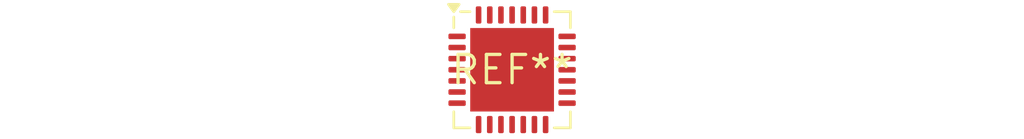
<source format=kicad_pcb>
(kicad_pcb (version 20240108) (generator pcbnew)
  (layers (0 "F.Cu" signal) (31 "B.Cu" signal) (34 "B.Paste" user) (35 "F.Paste" user) (36 "B.SilkS" user "B.Silkscreen") (37 "F.SilkS" user "F.Silkscreen") (38 "B.Mask" user) (39 "F.Mask" user) (44 "Edge.Cuts" user))
  (net 0 "")
  (footprint "QFN-28-1EP_5x5mm_P0.5mm_EP3.75x3.75mm" (layer "F.Cu") (at 0 0)
    (property "Reference" "REF**")
    (property "Value" "QFN-28-1EP_5x5mm_P0.5mm_EP3.75x3.75mm")
    (fp_line (start -2.61 -1.885) (end -2.61 -2.37) (layer "F.SilkS") (stroke (width 0.12)))
    (fp_line (start -2.61 2.61) (end -2.61 1.885) (layer "F.SilkS") (stroke (width 0.12)))
    (fp_line (start -1.885 -2.61) (end -2.31 -2.61) (layer "F.SilkS") (stroke (width 0.12)))
    (fp_line (start -1.885 2.61) (end -2.61 2.61) (layer "F.SilkS") (stroke (width 0.12)))
    (fp_line (start 1.885 -2.61) (end 2.61 -2.61) (layer "F.SilkS") (stroke (width 0.12)))
    (fp_line (start 1.885 2.61) (end 2.61 2.61) (layer "F.SilkS") (stroke (width 0.12)))
    (fp_line (start 2.61 -2.61) (end 2.61 -1.885) (layer "F.SilkS") (stroke (width 0.12)))
    (fp_line (start 2.61 2.61) (end 2.61 1.885) (layer "F.SilkS") (stroke (width 0.12)))
    (fp_poly (pts (xy -2.61 -2.61) (xy -2.85 -2.94) (xy -2.37 -2.94) (xy -2.61 -2.61)) (layer "F.SilkS") (stroke (width 0.12)) (fill solid))
    (pad "1" smd roundrect (at -2.4625 -1.5) (size 0.775 0.25) (layers "F.Cu" "F.Paste" "F.Mask"))
    (pad "2" smd roundrect (at -2.4625 -1) (size 0.775 0.25) (layers "F.Cu" "F.Paste" "F.Mask"))
    (pad "3" smd roundrect (at -2.4625 -0.5) (size 0.775 0.25) (layers "F.Cu" "F.Paste" "F.Mask"))
    (pad "4" smd roundrect (at -2.4625 0) (size 0.775 0.25) (layers "F.Cu" "F.Paste" "F.Mask"))
    (pad "5" smd roundrect (at -2.4625 0.5) (size 0.775 0.25) (layers "F.Cu" "F.Paste" "F.Mask"))
    (pad "6" smd roundrect (at -2.4625 1) (size 0.775 0.25) (layers "F.Cu" "F.Paste" "F.Mask"))
    (pad "7" smd roundrect (at -2.4625 1.5) (size 0.775 0.25) (layers "F.Cu" "F.Paste" "F.Mask"))
    (pad "8" smd roundrect (at -1.5 2.4625) (size 0.25 0.775) (layers "F.Cu" "F.Paste" "F.Mask"))
    (pad "9" smd roundrect (at -1 2.4625) (size 0.25 0.775) (layers "F.Cu" "F.Paste" "F.Mask"))
    (pad "10" smd roundrect (at -0.5 2.4625) (size 0.25 0.775) (layers "F.Cu" "F.Paste" "F.Mask"))
    (pad "11" smd roundrect (at 0 2.4625) (size 0.25 0.775) (layers "F.Cu" "F.Paste" "F.Mask"))
    (pad "12" smd roundrect (at 0.5 2.4625) (size 0.25 0.775) (layers "F.Cu" "F.Paste" "F.Mask"))
    (pad "13" smd roundrect (at 1 2.4625) (size 0.25 0.775) (layers "F.Cu" "F.Paste" "F.Mask"))
    (pad "14" smd roundrect (at 1.5 2.4625) (size 0.25 0.775) (layers "F.Cu" "F.Paste" "F.Mask"))
    (pad "15" smd roundrect (at 2.4625 1.5) (size 0.775 0.25) (layers "F.Cu" "F.Paste" "F.Mask"))
    (pad "16" smd roundrect (at 2.4625 1) (size 0.775 0.25) (layers "F.Cu" "F.Paste" "F.Mask"))
    (pad "17" smd roundrect (at 2.4625 0.5) (size 0.775 0.25) (layers "F.Cu" "F.Paste" "F.Mask"))
    (pad "18" smd roundrect (at 2.4625 0) (size 0.775 0.25) (layers "F.Cu" "F.Paste" "F.Mask"))
    (pad "19" smd roundrect (at 2.4625 -0.5) (size 0.775 0.25) (layers "F.Cu" "F.Paste" "F.Mask"))
    (pad "20" smd roundrect (at 2.4625 -1) (size 0.775 0.25) (layers "F.Cu" "F.Paste" "F.Mask"))
    (pad "21" smd roundrect (at 2.4625 -1.5) (size 0.775 0.25) (layers "F.Cu" "F.Paste" "F.Mask"))
    (pad "22" smd roundrect (at 1.5 -2.4625) (size 0.25 0.775) (layers "F.Cu" "F.Paste" "F.Mask"))
    (pad "23" smd roundrect (at 1 -2.4625) (size 0.25 0.775) (layers "F.Cu" "F.Paste" "F.Mask"))
    (pad "24" smd roundrect (at 0.5 -2.4625) (size 0.25 0.775) (layers "F.Cu" "F.Paste" "F.Mask"))
    (pad "25" smd roundrect (at 0 -2.4625) (size 0.25 0.775) (layers "F.Cu" "F.Paste" "F.Mask"))
    (pad "26" smd roundrect (at -0.5 -2.4625) (size 0.25 0.775) (layers "F.Cu" "F.Paste" "F.Mask"))
    (pad "27" smd roundrect (at -1 -2.4625) (size 0.25 0.775) (layers "F.Cu" "F.Paste" "F.Mask"))
    (pad "28" smd roundrect (at -1.5 -2.4625) (size 0.25 0.775) (layers "F.Cu" "F.Paste" "F.Mask"))
    (pad "29" smd rect (at 0 0) (size 3.75 3.75) (property pad_prop_heatsink) (layers "F.Cu" "F.Mask"))
  )
)
</source>
